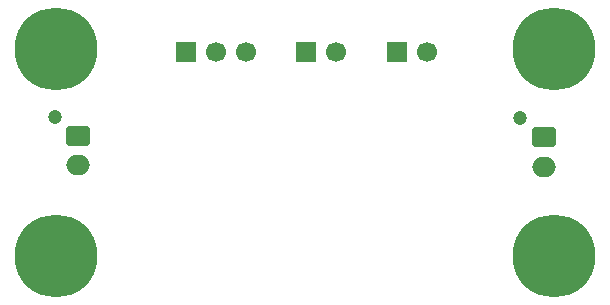
<source format=gbr>
%TF.GenerationSoftware,KiCad,Pcbnew,9.0.4*%
%TF.CreationDate,2025-11-06T12:38:59+01:00*%
%TF.ProjectId,pwr_board,7077725f-626f-4617-9264-2e6b69636164,rev?*%
%TF.SameCoordinates,Original*%
%TF.FileFunction,Soldermask,Bot*%
%TF.FilePolarity,Negative*%
%FSLAX46Y46*%
G04 Gerber Fmt 4.6, Leading zero omitted, Abs format (unit mm)*
G04 Created by KiCad (PCBNEW 9.0.4) date 2025-11-06 12:38:59*
%MOMM*%
%LPD*%
G01*
G04 APERTURE LIST*
G04 Aperture macros list*
%AMRoundRect*
0 Rectangle with rounded corners*
0 $1 Rounding radius*
0 $2 $3 $4 $5 $6 $7 $8 $9 X,Y pos of 4 corners*
0 Add a 4 corners polygon primitive as box body*
4,1,4,$2,$3,$4,$5,$6,$7,$8,$9,$2,$3,0*
0 Add four circle primitives for the rounded corners*
1,1,$1+$1,$2,$3*
1,1,$1+$1,$4,$5*
1,1,$1+$1,$6,$7*
1,1,$1+$1,$8,$9*
0 Add four rect primitives between the rounded corners*
20,1,$1+$1,$2,$3,$4,$5,0*
20,1,$1+$1,$4,$5,$6,$7,0*
20,1,$1+$1,$6,$7,$8,$9,0*
20,1,$1+$1,$8,$9,$2,$3,0*%
G04 Aperture macros list end*
%ADD10R,1.700000X1.700000*%
%ADD11C,1.700000*%
%ADD12C,7.000000*%
%ADD13C,1.200000*%
%ADD14RoundRect,0.250000X-0.750000X0.600000X-0.750000X-0.600000X0.750000X-0.600000X0.750000X0.600000X0*%
%ADD15O,2.000000X1.700000*%
G04 APERTURE END LIST*
D10*
%TO.C,J3*%
X161589200Y-77800000D03*
D11*
X164129200Y-77800000D03*
%TD*%
D12*
%TO.C,H1*%
X140400000Y-77500000D03*
%TD*%
%TO.C,H3*%
X182600000Y-77500000D03*
%TD*%
%TO.C,H2*%
X140400000Y-95100000D03*
%TD*%
D13*
%TO.C,J4*%
X140300000Y-83300000D03*
D14*
X142300000Y-84900000D03*
D15*
X142300000Y-87400000D03*
%TD*%
D13*
%TO.C,J2*%
X179700000Y-83400000D03*
D14*
X181700000Y-85000000D03*
D15*
X181700000Y-87500000D03*
%TD*%
D10*
%TO.C,J1*%
X151429200Y-77800000D03*
D11*
X153969200Y-77800000D03*
X156509200Y-77800000D03*
%TD*%
D12*
%TO.C,H4*%
X182600000Y-95100000D03*
%TD*%
D10*
%TO.C,J5*%
X169260000Y-77800000D03*
D11*
X171800000Y-77800000D03*
%TD*%
M02*

</source>
